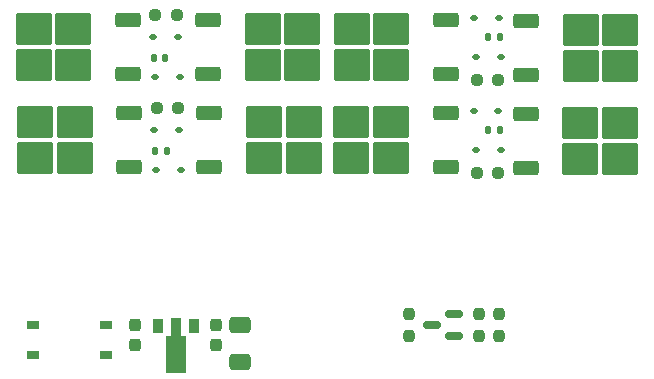
<source format=gbr>
%TF.GenerationSoftware,KiCad,Pcbnew,7.0.7*%
%TF.CreationDate,2024-02-20T00:19:48+01:00*%
%TF.ProjectId,turningLoopMosfet,7475726e-696e-4674-9c6f-6f704d6f7366,rev?*%
%TF.SameCoordinates,Original*%
%TF.FileFunction,Paste,Top*%
%TF.FilePolarity,Positive*%
%FSLAX46Y46*%
G04 Gerber Fmt 4.6, Leading zero omitted, Abs format (unit mm)*
G04 Created by KiCad (PCBNEW 7.0.7) date 2024-02-20 00:19:48*
%MOMM*%
%LPD*%
G01*
G04 APERTURE LIST*
G04 Aperture macros list*
%AMRoundRect*
0 Rectangle with rounded corners*
0 $1 Rounding radius*
0 $2 $3 $4 $5 $6 $7 $8 $9 X,Y pos of 4 corners*
0 Add a 4 corners polygon primitive as box body*
4,1,4,$2,$3,$4,$5,$6,$7,$8,$9,$2,$3,0*
0 Add four circle primitives for the rounded corners*
1,1,$1+$1,$2,$3*
1,1,$1+$1,$4,$5*
1,1,$1+$1,$6,$7*
1,1,$1+$1,$8,$9*
0 Add four rect primitives between the rounded corners*
20,1,$1+$1,$2,$3,$4,$5,0*
20,1,$1+$1,$4,$5,$6,$7,0*
20,1,$1+$1,$6,$7,$8,$9,0*
20,1,$1+$1,$8,$9,$2,$3,0*%
%AMFreePoly0*
4,1,9,3.862500,-0.866500,0.737500,-0.866500,0.737500,-0.450000,-0.737500,-0.450000,-0.737500,0.450000,0.737500,0.450000,0.737500,0.866500,3.862500,0.866500,3.862500,-0.866500,3.862500,-0.866500,$1*%
G04 Aperture macros list end*
%ADD10R,0.900000X1.300000*%
%ADD11FreePoly0,270.000000*%
%ADD12RoundRect,0.237500X0.250000X0.237500X-0.250000X0.237500X-0.250000X-0.237500X0.250000X-0.237500X0*%
%ADD13RoundRect,0.237500X-0.250000X-0.237500X0.250000X-0.237500X0.250000X0.237500X-0.250000X0.237500X0*%
%ADD14RoundRect,0.237500X0.237500X-0.250000X0.237500X0.250000X-0.237500X0.250000X-0.237500X-0.250000X0*%
%ADD15RoundRect,0.237500X-0.237500X0.250000X-0.237500X-0.250000X0.237500X-0.250000X0.237500X0.250000X0*%
%ADD16RoundRect,0.250000X0.850000X0.350000X-0.850000X0.350000X-0.850000X-0.350000X0.850000X-0.350000X0*%
%ADD17RoundRect,0.250000X1.275000X1.125000X-1.275000X1.125000X-1.275000X-1.125000X1.275000X-1.125000X0*%
%ADD18RoundRect,0.250000X-0.850000X-0.350000X0.850000X-0.350000X0.850000X0.350000X-0.850000X0.350000X0*%
%ADD19RoundRect,0.250000X-1.275000X-1.125000X1.275000X-1.125000X1.275000X1.125000X-1.275000X1.125000X0*%
%ADD20RoundRect,0.150000X0.587500X0.150000X-0.587500X0.150000X-0.587500X-0.150000X0.587500X-0.150000X0*%
%ADD21R,1.000000X0.800000*%
%ADD22RoundRect,0.112500X-0.187500X-0.112500X0.187500X-0.112500X0.187500X0.112500X-0.187500X0.112500X0*%
%ADD23RoundRect,0.112500X0.187500X0.112500X-0.187500X0.112500X-0.187500X-0.112500X0.187500X-0.112500X0*%
%ADD24RoundRect,0.250000X-0.650000X0.412500X-0.650000X-0.412500X0.650000X-0.412500X0.650000X0.412500X0*%
%ADD25RoundRect,0.237500X-0.237500X0.300000X-0.237500X-0.300000X0.237500X-0.300000X0.237500X0.300000X0*%
%ADD26RoundRect,0.140000X0.140000X0.170000X-0.140000X0.170000X-0.140000X-0.170000X0.140000X-0.170000X0*%
%ADD27RoundRect,0.140000X-0.140000X-0.170000X0.140000X-0.170000X0.140000X0.170000X-0.140000X0.170000X0*%
G04 APERTURE END LIST*
D10*
%TO.C,U601*%
X88368000Y-110826000D03*
D11*
X86868000Y-110913500D03*
D10*
X85368000Y-110826000D03*
%TD*%
D12*
%TO.C,R501*%
X87055500Y-92369000D03*
X85230500Y-92369000D03*
%TD*%
D13*
%TO.C,R401*%
X112310500Y-97877999D03*
X114135500Y-97877999D03*
%TD*%
D12*
%TO.C,R301*%
X85103500Y-84493001D03*
X86928500Y-84493001D03*
%TD*%
D13*
%TO.C,R201*%
X112334500Y-90002999D03*
X114159500Y-90002999D03*
%TD*%
D14*
%TO.C,R103*%
X112522000Y-109831500D03*
X112522000Y-111656500D03*
%TD*%
D15*
%TO.C,R102*%
X114173000Y-111656500D03*
X114173000Y-109831500D03*
%TD*%
D14*
%TO.C,R101*%
X106553000Y-111656500D03*
X106553000Y-109831500D03*
%TD*%
D16*
%TO.C,Q502*%
X82903000Y-97349000D03*
X82903000Y-92789000D03*
D17*
X74928000Y-93544000D03*
X78278000Y-96594000D03*
X74928000Y-96594000D03*
X78278000Y-93544000D03*
%TD*%
D18*
%TO.C,Q501*%
X89688000Y-92844000D03*
X89688000Y-97404000D03*
D19*
X97663000Y-96649000D03*
X94313000Y-93599000D03*
X97663000Y-93599000D03*
X94313000Y-96649000D03*
%TD*%
D18*
%TO.C,Q402*%
X116463000Y-92897999D03*
X116463000Y-97457999D03*
D19*
X124438000Y-96702999D03*
X121088000Y-93652999D03*
X124438000Y-93652999D03*
X121088000Y-96702999D03*
%TD*%
D16*
%TO.C,Q401*%
X109678000Y-97403000D03*
X109678000Y-92843000D03*
D17*
X101703000Y-93598000D03*
X105053000Y-96648000D03*
X101703000Y-96648000D03*
X105053000Y-93598000D03*
%TD*%
%TO.C,Q302*%
X78151000Y-85668001D03*
X74801000Y-88718001D03*
X78151000Y-88718001D03*
X74801000Y-85668001D03*
D16*
X82776000Y-84913001D03*
X82776000Y-89473001D03*
%TD*%
D19*
%TO.C,Q301*%
X94186000Y-88773000D03*
X97536000Y-85723000D03*
X94186000Y-85723000D03*
X97536000Y-88773000D03*
D18*
X89561000Y-89528000D03*
X89561000Y-84968000D03*
%TD*%
%TO.C,Q202*%
X116487000Y-85022999D03*
X116487000Y-89582999D03*
D19*
X124462000Y-88827999D03*
X121112000Y-85777999D03*
X124462000Y-85777999D03*
X121112000Y-88827999D03*
%TD*%
D16*
%TO.C,Q201*%
X109702000Y-89528000D03*
X109702000Y-84968000D03*
D17*
X101727000Y-85723000D03*
X105077000Y-88773000D03*
X101727000Y-88773000D03*
X105077000Y-85723000D03*
%TD*%
D20*
%TO.C,Q101*%
X110411500Y-111694000D03*
X110411500Y-109794000D03*
X108536500Y-110744000D03*
%TD*%
D21*
%TO.C,D601*%
X74776000Y-113284000D03*
X74776000Y-110744000D03*
X80926000Y-110744000D03*
X80926000Y-113284000D03*
%TD*%
D22*
%TO.C,D502*%
X85205500Y-97639000D03*
X87305500Y-97639000D03*
%TD*%
D23*
%TO.C,D501*%
X87130500Y-94279000D03*
X85030500Y-94279000D03*
%TD*%
%TO.C,D402*%
X114160500Y-92608000D03*
X112060500Y-92608000D03*
%TD*%
D22*
%TO.C,D401*%
X112235500Y-95967999D03*
X114335500Y-95967999D03*
%TD*%
%TO.C,D302*%
X87178500Y-89763000D03*
X85078500Y-89763000D03*
%TD*%
D23*
%TO.C,D301*%
X84903500Y-86403001D03*
X87003500Y-86403001D03*
%TD*%
%TO.C,D202*%
X114184500Y-84733000D03*
X112084500Y-84733000D03*
%TD*%
D22*
%TO.C,D201*%
X112259500Y-88092999D03*
X114359500Y-88092999D03*
%TD*%
D24*
%TO.C,C603*%
X92306000Y-110786500D03*
X92306000Y-113911500D03*
%TD*%
D25*
%TO.C,C602*%
X90274000Y-110724500D03*
X90274000Y-112449500D03*
%TD*%
%TO.C,C601*%
X83416000Y-112449500D03*
X83416000Y-110724500D03*
%TD*%
D26*
%TO.C,C501*%
X86073000Y-96029000D03*
X85113000Y-96029000D03*
%TD*%
D27*
%TO.C,C401*%
X113293000Y-94218000D03*
X114253000Y-94218000D03*
%TD*%
D26*
%TO.C,C301*%
X84986000Y-88153000D03*
X85946000Y-88153000D03*
%TD*%
D27*
%TO.C,C201*%
X113317000Y-86343000D03*
X114277000Y-86343000D03*
%TD*%
M02*

</source>
